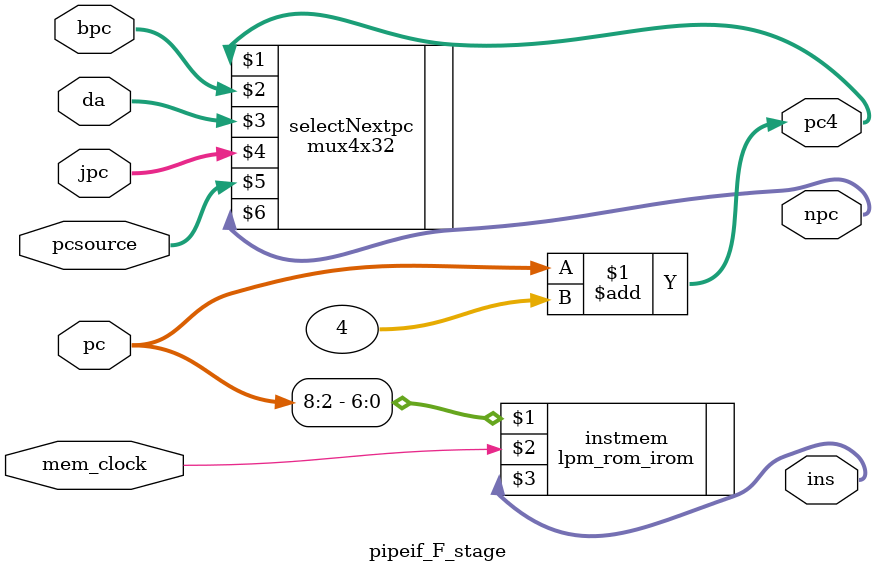
<source format=v>
module pipeif_F_stage( 
				pcsource, 
				pc, bpc, da, jpc, npc, pc4,
				ins, mem_clock );

	input 		 mem_clock;
	input [1:0]  pcsource;
	input [31:0] pc,bpc,da,jpc;
	
	output [31:0] npc,pc4,ins;

	assign pc4 = pc + 4;
	
	mux4x32 selectNextpc (pc4, bpc, da, jpc, pcsource, npc);
	lpm_rom_irom instmem (pc[8:2],mem_clock,ins);// instruction memory. // why not same , gsy for 8:2, others 7:2
	
endmodule
</source>
